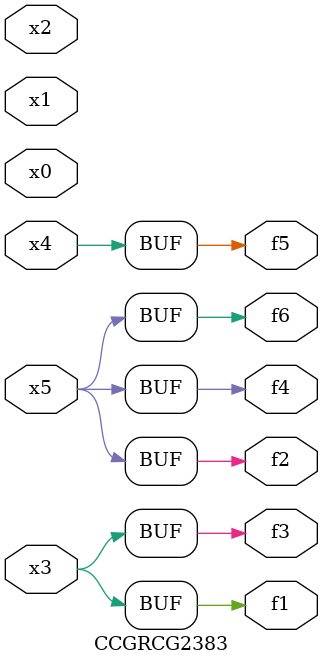
<source format=v>
module CCGRCG2383(
	input x0, x1, x2, x3, x4, x5,
	output f1, f2, f3, f4, f5, f6
);
	assign f1 = x3;
	assign f2 = x5;
	assign f3 = x3;
	assign f4 = x5;
	assign f5 = x4;
	assign f6 = x5;
endmodule

</source>
